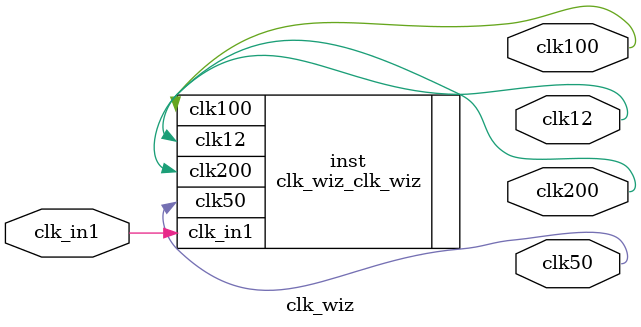
<source format=v>


`timescale 1ps/1ps

(* CORE_GENERATION_INFO = "clk_wiz,clk_wiz_v6_0_4_0_0,{component_name=clk_wiz,use_phase_alignment=true,use_min_o_jitter=false,use_max_i_jitter=false,use_dyn_phase_shift=false,use_inclk_switchover=false,use_dyn_reconfig=false,enable_axi=0,feedback_source=FDBK_AUTO,PRIMITIVE=MMCM,num_out_clk=4,clkin1_period=10.0,clkin2_period=10.0,use_power_down=false,use_reset=false,use_locked=false,use_inclk_stopped=false,feedback_type=SINGLE,CLOCK_MGR_TYPE=NA,manual_override=false}" *)

module clk_wiz 
 (
  // Clock out ports
  output        clk100,
  output        clk200,
  output        clk12,
  output        clk50,
 // Clock in ports
  input         clk_in1
 );

  clk_wiz_clk_wiz inst
  (
  // Clock out ports  
  .clk100(clk100),
  .clk200(clk200),
  .clk12(clk12),
  .clk50(clk50),
 // Clock in ports
  .clk_in1(clk_in1)
  );

endmodule

</source>
